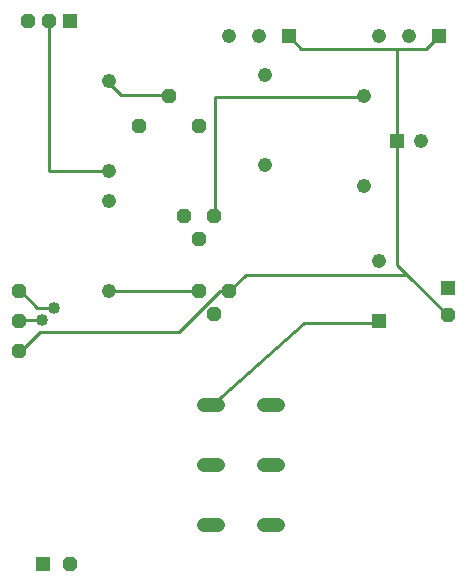
<source format=gbl>
G75*
G70*
%OFA0B0*%
%FSLAX24Y24*%
%IPPOS*%
%LPD*%
%AMOC8*
5,1,8,0,0,1.08239X$1,22.5*
%
%ADD10R,0.0476X0.0476*%
%ADD11C,0.0476*%
%ADD12OC8,0.0476*%
%ADD13C,0.0476*%
%ADD14C,0.0100*%
%ADD15C,0.0400*%
D10*
X001701Y001202D03*
X012901Y009302D03*
X015201Y010402D03*
X013507Y015302D03*
X014901Y018802D03*
X009901Y018802D03*
X002601Y019302D03*
D11*
X003901Y017302D03*
X003901Y014302D03*
X003901Y013302D03*
X003901Y010302D03*
X009101Y014502D03*
X009101Y017502D03*
X008901Y018802D03*
X007901Y018802D03*
X012401Y016802D03*
X014294Y015302D03*
X012401Y013802D03*
X012901Y011302D03*
X012901Y018802D03*
X013901Y018802D03*
D12*
X007401Y012802D03*
X006901Y012052D03*
X006401Y012802D03*
X006901Y010302D03*
X007401Y009552D03*
X007901Y010302D03*
X006901Y015802D03*
X005901Y016802D03*
X004901Y015802D03*
X001901Y019302D03*
X001201Y019302D03*
X000901Y010302D03*
X000901Y009302D03*
X000901Y008302D03*
X002601Y001202D03*
X015201Y009502D03*
D13*
X009539Y006502D02*
X009063Y006502D01*
X007539Y006502D02*
X007063Y006502D01*
X007063Y004502D02*
X007539Y004502D01*
X009063Y004502D02*
X009539Y004502D01*
X009539Y002502D02*
X009063Y002502D01*
X007539Y002502D02*
X007063Y002502D01*
D14*
X007301Y006502D02*
X007341Y006502D01*
X010401Y009262D01*
X012881Y009262D01*
X012901Y009302D01*
X013841Y010862D02*
X008481Y010862D01*
X007921Y010302D01*
X007901Y010302D01*
X007601Y010302D01*
X006241Y008942D01*
X001601Y008942D01*
X000961Y008302D01*
X000901Y008302D01*
X000901Y009302D02*
X000961Y009342D01*
X001681Y009342D01*
X001521Y009742D02*
X002081Y009742D01*
X001521Y009742D02*
X000961Y010302D01*
X000901Y010302D01*
X003901Y010302D02*
X006901Y010302D01*
X007401Y012802D02*
X007441Y012862D01*
X007441Y016782D01*
X012401Y016782D01*
X012401Y016802D01*
X013521Y015342D02*
X013507Y015302D01*
X013521Y015262D01*
X013521Y011182D01*
X013841Y010862D01*
X015201Y009502D01*
X013521Y015342D02*
X013521Y018382D01*
X010321Y018382D01*
X009901Y018802D01*
X013521Y018382D02*
X014481Y018382D01*
X014901Y018802D01*
X005921Y016862D02*
X005901Y016802D01*
X005841Y016862D01*
X004321Y016862D01*
X003921Y017262D01*
X003901Y017302D01*
X003921Y017342D01*
X001921Y019262D02*
X001901Y019302D01*
X001921Y019262D02*
X001921Y014302D01*
X003901Y014302D01*
D15*
X002081Y009742D03*
X001681Y009342D03*
M02*

</source>
